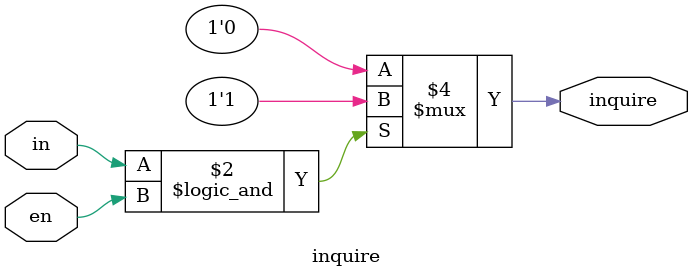
<source format=v>
`timescale 1ns / 1ps


module inquire(
input in,//是否在查询状态
input en,
output reg inquire
    );
    always@*
    begin
    if(in&&en)
    inquire=1;
    else
    inquire=0;
    end
    
endmodule

</source>
